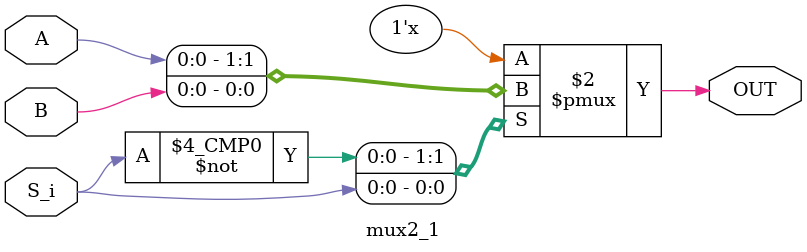
<source format=v>
`timescale 1ns / 1ps


module mux2_1(
    input A, B, S_i, // S_i is the index selector
    output reg OUT
  );
  
  always@(*) begin
    case(S_i)
      1'b0: OUT = A;
      1'b1: OUT = B;
    endcase
  end
  
endmodule

</source>
